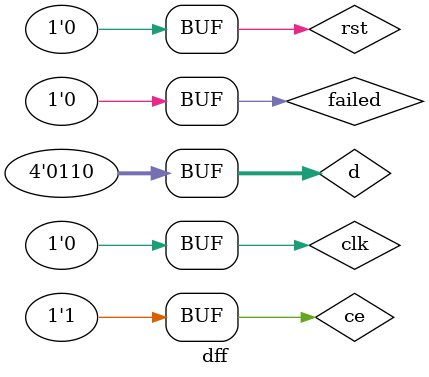
<source format=v>

module dff();

reg clk;
reg rst;
reg ce;
reg [3:0] d;
reg [3:0] q;

always @(negedge clk or posedge rst) begin
  if (rst)
    q <= 4'b1001;
  else if (ce)
    q <= d;
end

(* ivl_synthesis_off *)
reg failed = 0;

initial begin
  $monitor("%b %b %b %b", rst, clk, d, q);
  clk = 1'b0;
  ce  = 1'b0;
  rst = 1'b0;
  d = 4'b0110;
  #1;
  if (q !== 4'bxxxx) failed = 1;
  rst = 1'b1;
  #1;
  if (q !== 4'b1001) failed = 1;
  clk = 1'b1;
  #1;
  if (q !== 4'b1001) failed = 1;
  clk = 1'b0;
  #1;
  if (q !== 4'b1001) failed = 1;
  rst = 1'b0;
  #1;
  if (q !== 4'b1001) failed = 1;
  clk = 1'b1;
  #1;
  if (q !== 4'b1001) failed = 1;
  clk = 1'b0;
  #1;
  if (q !== 4'b1001) failed = 1;
  ce  = 1'b1;
  #1;
  if (q !== 4'b1001) failed = 1;
  clk = 1'b1;
  #1;
  if (q !== 4'b1001) failed = 1;
  clk = 1'b0;
  #1;
  if (q !== 4'b0110) failed = 1;
  if (failed)
    $display("FAILED");
  else
    $display("PASSED");
end

endmodule // dff

</source>
